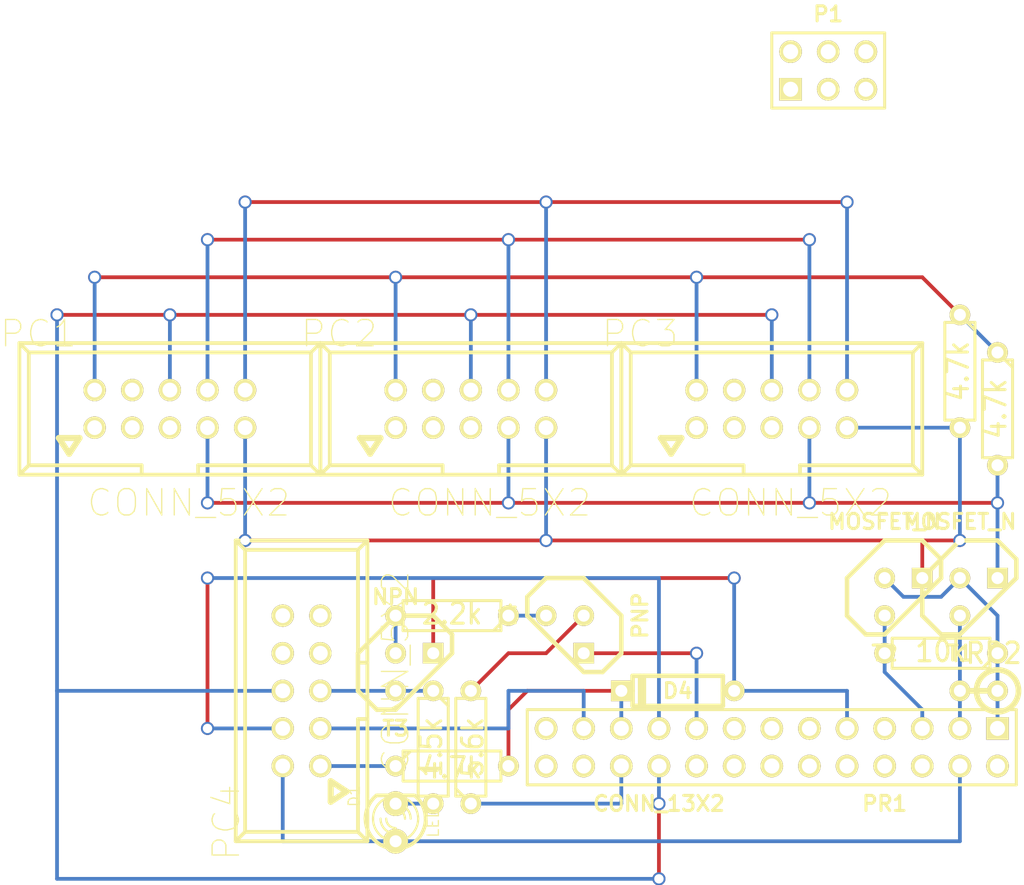
<source format=kicad_pcb>
(kicad_pcb (version 3) (host pcbnew "(2013-may-18)-stable")

  (general
    (links 56)
    (no_connects 16)
    (area 46.268217 82.9564 116.645266 141.691783)
    (thickness 1.6)
    (drawings 0)
    (tracks 118)
    (zones 0)
    (modules 20)
    (nets 20)
  )

  (page A3)
  (layers
    (15 F.Cu signal)
    (0 B.Cu signal)
    (16 B.Adhes user)
    (17 F.Adhes user)
    (18 B.Paste user)
    (19 F.Paste user)
    (20 B.SilkS user)
    (21 F.SilkS user)
    (22 B.Mask user)
    (23 F.Mask user)
    (24 Dwgs.User user)
    (25 Cmts.User user)
    (26 Eco1.User user)
    (27 Eco2.User user)
    (28 Edge.Cuts user)
  )

  (setup
    (last_trace_width 0.254)
    (trace_clearance 0.254)
    (zone_clearance 0.508)
    (zone_45_only no)
    (trace_min 0.254)
    (segment_width 0.2)
    (edge_width 0.15)
    (via_size 0.889)
    (via_drill 0.635)
    (via_min_size 0.889)
    (via_min_drill 0.508)
    (uvia_size 0.508)
    (uvia_drill 0.127)
    (uvias_allowed no)
    (uvia_min_size 0.508)
    (uvia_min_drill 0.127)
    (pcb_text_width 0.3)
    (pcb_text_size 1 1)
    (mod_edge_width 0.15)
    (mod_text_size 1 1)
    (mod_text_width 0.15)
    (pad_size 1 1)
    (pad_drill 0.6)
    (pad_to_mask_clearance 0)
    (aux_axis_origin 0 0)
    (visible_elements FFFFFFBF)
    (pcbplotparams
      (layerselection 3178497)
      (usegerberextensions true)
      (excludeedgelayer true)
      (linewidth 0.150000)
      (plotframeref false)
      (viasonmask false)
      (mode 1)
      (useauxorigin false)
      (hpglpennumber 1)
      (hpglpenspeed 20)
      (hpglpendiameter 15)
      (hpglpenoverlay 2)
      (psnegative false)
      (psa4output false)
      (plotreference true)
      (plotvalue true)
      (plotothertext true)
      (plotinvisibletext false)
      (padsonsilk false)
      (subtractmaskfromsilk false)
      (outputformat 1)
      (mirror false)
      (drillshape 1)
      (scaleselection 1)
      (outputdirectory ""))
  )

  (net 0 "")
  (net 1 +12V)
  (net 2 +3.3V)
  (net 3 +5V)
  (net 4 -12V)
  (net 5 /Mikrocontroller/MISO)
  (net 6 /Mikrocontroller/MOSI)
  (net 7 /Mikrocontroller/Reset)
  (net 8 /Mikrocontroller/SCK)
  (net 9 /Mikrocontroller/SCL)
  (net 10 /Mikrocontroller/SDA)
  (net 11 /RaspberryPI/MISO)
  (net 12 /RaspberryPI/Reset)
  (net 13 /RaspberryPI/SCL)
  (net 14 /RaspberryPI/SDA)
  (net 15 GND)
  (net 16 N-000001)
  (net 17 N-000002)
  (net 18 N-0000029)
  (net 19 N-000003)

  (net_class Default "This is the default net class."
    (clearance 0.254)
    (trace_width 0.254)
    (via_dia 0.889)
    (via_drill 0.635)
    (uvia_dia 0.508)
    (uvia_drill 0.127)
    (add_net "")
    (add_net +12V)
    (add_net +3.3V)
    (add_net +5V)
    (add_net -12V)
    (add_net /Mikrocontroller/MISO)
    (add_net /Mikrocontroller/MOSI)
    (add_net /Mikrocontroller/Reset)
    (add_net /Mikrocontroller/SCK)
    (add_net /Mikrocontroller/SCL)
    (add_net /Mikrocontroller/SDA)
    (add_net /RaspberryPI/MISO)
    (add_net /RaspberryPI/Reset)
    (add_net /RaspberryPI/SCL)
    (add_net /RaspberryPI/SDA)
    (add_net GND)
    (add_net N-000001)
    (add_net N-000002)
    (add_net N-0000029)
    (add_net N-000003)
  )

  (module VASCH5x2 (layer F.Cu) (tedit 4C5EDCE4) (tstamp 54E8DC33)
    (at 58.42 110.49)
    (descr CONNECTOR)
    (tags CONNECTOR)
    (path /54E72762/54E728D6)
    (attr virtual)
    (fp_text reference PC1 (at -8.89 -5.08) (layer F.SilkS)
      (effects (font (size 1.778 1.778) (thickness 0.0889)))
    )
    (fp_text value CONN_5X2 (at 1.27 6.35) (layer F.SilkS)
      (effects (font (size 1.778 1.778) (thickness 0.0889)))
    )
    (fp_line (start -9.525 -3.81) (end -10.16 -4.445) (layer F.SilkS) (width 0.254))
    (fp_line (start -9.525 3.81) (end -10.16 4.445) (layer F.SilkS) (width 0.254))
    (fp_line (start 9.525 3.81) (end 10.16 4.445) (layer F.SilkS) (width 0.254))
    (fp_line (start 9.525 -3.81) (end 10.16 -4.445) (layer F.SilkS) (width 0.254))
    (fp_line (start 1.905 4.445) (end 1.905 3.81) (layer F.SilkS) (width 0.254))
    (fp_line (start 1.905 3.81) (end 9.525 3.81) (layer F.SilkS) (width 0.254))
    (fp_line (start 9.525 3.81) (end 9.525 -3.81) (layer F.SilkS) (width 0.254))
    (fp_line (start 9.525 -3.81) (end -9.525 -3.81) (layer F.SilkS) (width 0.254))
    (fp_line (start -9.525 -3.81) (end -9.525 3.81) (layer F.SilkS) (width 0.254))
    (fp_line (start -9.525 3.81) (end -1.905 3.81) (layer F.SilkS) (width 0.254))
    (fp_line (start -1.905 3.81) (end -1.905 4.445) (layer F.SilkS) (width 0.254))
    (fp_line (start -10.16 4.445) (end 10.16 4.445) (layer F.SilkS) (width 0.254))
    (fp_line (start 10.16 -4.445) (end -10.16 -4.445) (layer F.SilkS) (width 0.254))
    (fp_line (start -10.16 -4.445) (end -10.16 4.445) (layer F.SilkS) (width 0.254))
    (fp_line (start 10.16 -4.445) (end 10.16 4.445) (layer F.SilkS) (width 0.254))
    (fp_line (start -7.49808 1.9685) (end -6.79958 3.03784) (layer F.SilkS) (width 0.4064))
    (fp_line (start -6.79958 3.03784) (end -6.09854 1.9685) (layer F.SilkS) (width 0.4064))
    (fp_line (start -6.09854 1.9685) (end -7.49808 1.9685) (layer F.SilkS) (width 0.4064))
    (pad 1 thru_hole circle (at -5.08 1.27) (size 1.50622 1.50622) (drill 0.99822)
      (layers *.Cu F.Paste F.SilkS F.Mask)
    )
    (pad 2 thru_hole circle (at -5.08 -1.27) (size 1.50622 1.50622) (drill 0.99822)
      (layers *.Cu F.Paste F.SilkS F.Mask)
      (net 3 +5V)
    )
    (pad 3 thru_hole circle (at -2.54 1.27) (size 1.50622 1.50622) (drill 0.99822)
      (layers *.Cu F.Paste F.SilkS F.Mask)
    )
    (pad 4 thru_hole circle (at -2.54 -1.27) (size 1.50622 1.50622) (drill 0.99822)
      (layers *.Cu F.Paste F.SilkS F.Mask)
    )
    (pad 5 thru_hole circle (at 0 1.27) (size 1.50622 1.50622) (drill 0.99822)
      (layers *.Cu F.Paste F.SilkS F.Mask)
    )
    (pad 6 thru_hole circle (at 0 -1.27) (size 1.50622 1.50622) (drill 0.99822)
      (layers *.Cu F.Paste F.SilkS F.Mask)
      (net 15 GND)
    )
    (pad 7 thru_hole circle (at 2.54 1.27) (size 1.50622 1.50622) (drill 0.99822)
      (layers *.Cu F.Paste F.SilkS F.Mask)
      (net 10 /Mikrocontroller/SDA)
    )
    (pad 8 thru_hole circle (at 2.54 -1.27) (size 1.50622 1.50622) (drill 0.99822)
      (layers *.Cu F.Paste F.SilkS F.Mask)
      (net 1 +12V)
    )
    (pad 9 thru_hole circle (at 5.08 1.27) (size 1.50622 1.50622) (drill 0.99822)
      (layers *.Cu F.Paste F.SilkS F.Mask)
      (net 9 /Mikrocontroller/SCL)
    )
    (pad 10 thru_hole circle (at 5.08 -1.27) (size 1.50622 1.50622) (drill 0.99822)
      (layers *.Cu F.Paste F.SilkS F.Mask)
      (net 4 -12V)
    )
  )

  (module VASCH5x2 (layer F.Cu) (tedit 4C5EDCE4) (tstamp 54E8DC53)
    (at 99.06 110.49)
    (descr CONNECTOR)
    (tags CONNECTOR)
    (path /54E72762/54E728D0)
    (attr virtual)
    (fp_text reference PC3 (at -8.89 -5.08) (layer F.SilkS)
      (effects (font (size 1.778 1.778) (thickness 0.0889)))
    )
    (fp_text value CONN_5X2 (at 1.27 6.35) (layer F.SilkS)
      (effects (font (size 1.778 1.778) (thickness 0.0889)))
    )
    (fp_line (start -9.525 -3.81) (end -10.16 -4.445) (layer F.SilkS) (width 0.254))
    (fp_line (start -9.525 3.81) (end -10.16 4.445) (layer F.SilkS) (width 0.254))
    (fp_line (start 9.525 3.81) (end 10.16 4.445) (layer F.SilkS) (width 0.254))
    (fp_line (start 9.525 -3.81) (end 10.16 -4.445) (layer F.SilkS) (width 0.254))
    (fp_line (start 1.905 4.445) (end 1.905 3.81) (layer F.SilkS) (width 0.254))
    (fp_line (start 1.905 3.81) (end 9.525 3.81) (layer F.SilkS) (width 0.254))
    (fp_line (start 9.525 3.81) (end 9.525 -3.81) (layer F.SilkS) (width 0.254))
    (fp_line (start 9.525 -3.81) (end -9.525 -3.81) (layer F.SilkS) (width 0.254))
    (fp_line (start -9.525 -3.81) (end -9.525 3.81) (layer F.SilkS) (width 0.254))
    (fp_line (start -9.525 3.81) (end -1.905 3.81) (layer F.SilkS) (width 0.254))
    (fp_line (start -1.905 3.81) (end -1.905 4.445) (layer F.SilkS) (width 0.254))
    (fp_line (start -10.16 4.445) (end 10.16 4.445) (layer F.SilkS) (width 0.254))
    (fp_line (start 10.16 -4.445) (end -10.16 -4.445) (layer F.SilkS) (width 0.254))
    (fp_line (start -10.16 -4.445) (end -10.16 4.445) (layer F.SilkS) (width 0.254))
    (fp_line (start 10.16 -4.445) (end 10.16 4.445) (layer F.SilkS) (width 0.254))
    (fp_line (start -7.49808 1.9685) (end -6.79958 3.03784) (layer F.SilkS) (width 0.4064))
    (fp_line (start -6.79958 3.03784) (end -6.09854 1.9685) (layer F.SilkS) (width 0.4064))
    (fp_line (start -6.09854 1.9685) (end -7.49808 1.9685) (layer F.SilkS) (width 0.4064))
    (pad 1 thru_hole circle (at -5.08 1.27) (size 1.50622 1.50622) (drill 0.99822)
      (layers *.Cu F.Paste F.SilkS F.Mask)
    )
    (pad 2 thru_hole circle (at -5.08 -1.27) (size 1.50622 1.50622) (drill 0.99822)
      (layers *.Cu F.Paste F.SilkS F.Mask)
      (net 3 +5V)
    )
    (pad 3 thru_hole circle (at -2.54 1.27) (size 1.50622 1.50622) (drill 0.99822)
      (layers *.Cu F.Paste F.SilkS F.Mask)
    )
    (pad 4 thru_hole circle (at -2.54 -1.27) (size 1.50622 1.50622) (drill 0.99822)
      (layers *.Cu F.Paste F.SilkS F.Mask)
    )
    (pad 5 thru_hole circle (at 0 1.27) (size 1.50622 1.50622) (drill 0.99822)
      (layers *.Cu F.Paste F.SilkS F.Mask)
    )
    (pad 6 thru_hole circle (at 0 -1.27) (size 1.50622 1.50622) (drill 0.99822)
      (layers *.Cu F.Paste F.SilkS F.Mask)
      (net 15 GND)
    )
    (pad 7 thru_hole circle (at 2.54 1.27) (size 1.50622 1.50622) (drill 0.99822)
      (layers *.Cu F.Paste F.SilkS F.Mask)
      (net 10 /Mikrocontroller/SDA)
    )
    (pad 8 thru_hole circle (at 2.54 -1.27) (size 1.50622 1.50622) (drill 0.99822)
      (layers *.Cu F.Paste F.SilkS F.Mask)
      (net 1 +12V)
    )
    (pad 9 thru_hole circle (at 5.08 1.27) (size 1.50622 1.50622) (drill 0.99822)
      (layers *.Cu F.Paste F.SilkS F.Mask)
      (net 9 /Mikrocontroller/SCL)
    )
    (pad 10 thru_hole circle (at 5.08 -1.27) (size 1.50622 1.50622) (drill 0.99822)
      (layers *.Cu F.Paste F.SilkS F.Mask)
      (net 4 -12V)
    )
  )

  (module VASCH5x2 (layer F.Cu) (tedit 4C5EDCE4) (tstamp 54E8DC73)
    (at 78.74 110.49)
    (descr CONNECTOR)
    (tags CONNECTOR)
    (path /54E72762/54E728CA)
    (attr virtual)
    (fp_text reference PC2 (at -8.89 -5.08) (layer F.SilkS)
      (effects (font (size 1.778 1.778) (thickness 0.0889)))
    )
    (fp_text value CONN_5X2 (at 1.27 6.35) (layer F.SilkS)
      (effects (font (size 1.778 1.778) (thickness 0.0889)))
    )
    (fp_line (start -9.525 -3.81) (end -10.16 -4.445) (layer F.SilkS) (width 0.254))
    (fp_line (start -9.525 3.81) (end -10.16 4.445) (layer F.SilkS) (width 0.254))
    (fp_line (start 9.525 3.81) (end 10.16 4.445) (layer F.SilkS) (width 0.254))
    (fp_line (start 9.525 -3.81) (end 10.16 -4.445) (layer F.SilkS) (width 0.254))
    (fp_line (start 1.905 4.445) (end 1.905 3.81) (layer F.SilkS) (width 0.254))
    (fp_line (start 1.905 3.81) (end 9.525 3.81) (layer F.SilkS) (width 0.254))
    (fp_line (start 9.525 3.81) (end 9.525 -3.81) (layer F.SilkS) (width 0.254))
    (fp_line (start 9.525 -3.81) (end -9.525 -3.81) (layer F.SilkS) (width 0.254))
    (fp_line (start -9.525 -3.81) (end -9.525 3.81) (layer F.SilkS) (width 0.254))
    (fp_line (start -9.525 3.81) (end -1.905 3.81) (layer F.SilkS) (width 0.254))
    (fp_line (start -1.905 3.81) (end -1.905 4.445) (layer F.SilkS) (width 0.254))
    (fp_line (start -10.16 4.445) (end 10.16 4.445) (layer F.SilkS) (width 0.254))
    (fp_line (start 10.16 -4.445) (end -10.16 -4.445) (layer F.SilkS) (width 0.254))
    (fp_line (start -10.16 -4.445) (end -10.16 4.445) (layer F.SilkS) (width 0.254))
    (fp_line (start 10.16 -4.445) (end 10.16 4.445) (layer F.SilkS) (width 0.254))
    (fp_line (start -7.49808 1.9685) (end -6.79958 3.03784) (layer F.SilkS) (width 0.4064))
    (fp_line (start -6.79958 3.03784) (end -6.09854 1.9685) (layer F.SilkS) (width 0.4064))
    (fp_line (start -6.09854 1.9685) (end -7.49808 1.9685) (layer F.SilkS) (width 0.4064))
    (pad 1 thru_hole circle (at -5.08 1.27) (size 1.50622 1.50622) (drill 0.99822)
      (layers *.Cu F.Paste F.SilkS F.Mask)
    )
    (pad 2 thru_hole circle (at -5.08 -1.27) (size 1.50622 1.50622) (drill 0.99822)
      (layers *.Cu F.Paste F.SilkS F.Mask)
      (net 3 +5V)
    )
    (pad 3 thru_hole circle (at -2.54 1.27) (size 1.50622 1.50622) (drill 0.99822)
      (layers *.Cu F.Paste F.SilkS F.Mask)
    )
    (pad 4 thru_hole circle (at -2.54 -1.27) (size 1.50622 1.50622) (drill 0.99822)
      (layers *.Cu F.Paste F.SilkS F.Mask)
    )
    (pad 5 thru_hole circle (at 0 1.27) (size 1.50622 1.50622) (drill 0.99822)
      (layers *.Cu F.Paste F.SilkS F.Mask)
    )
    (pad 6 thru_hole circle (at 0 -1.27) (size 1.50622 1.50622) (drill 0.99822)
      (layers *.Cu F.Paste F.SilkS F.Mask)
      (net 15 GND)
    )
    (pad 7 thru_hole circle (at 2.54 1.27) (size 1.50622 1.50622) (drill 0.99822)
      (layers *.Cu F.Paste F.SilkS F.Mask)
      (net 10 /Mikrocontroller/SDA)
    )
    (pad 8 thru_hole circle (at 2.54 -1.27) (size 1.50622 1.50622) (drill 0.99822)
      (layers *.Cu F.Paste F.SilkS F.Mask)
      (net 1 +12V)
    )
    (pad 9 thru_hole circle (at 5.08 1.27) (size 1.50622 1.50622) (drill 0.99822)
      (layers *.Cu F.Paste F.SilkS F.Mask)
      (net 9 /Mikrocontroller/SCL)
    )
    (pad 10 thru_hole circle (at 5.08 -1.27) (size 1.50622 1.50622) (drill 0.99822)
      (layers *.Cu F.Paste F.SilkS F.Mask)
      (net 4 -12V)
    )
  )

  (module TO92 (layer F.Cu) (tedit 443CFFD1) (tstamp 54E9BDCD)
    (at 85.09 125.73 270)
    (descr "Transistor TO92 brochage type BC237")
    (tags "TR TO92")
    (path /54E8C0DA)
    (fp_text reference T4 (at -1.27 3.81 270) (layer F.SilkS)
      (effects (font (size 1.016 1.016) (thickness 0.2032)))
    )
    (fp_text value PNP (at -1.27 -5.08 270) (layer F.SilkS)
      (effects (font (size 1.016 1.016) (thickness 0.2032)))
    )
    (fp_line (start -1.27 2.54) (end 2.54 -1.27) (layer F.SilkS) (width 0.3048))
    (fp_line (start 2.54 -1.27) (end 2.54 -2.54) (layer F.SilkS) (width 0.3048))
    (fp_line (start 2.54 -2.54) (end 1.27 -3.81) (layer F.SilkS) (width 0.3048))
    (fp_line (start 1.27 -3.81) (end -1.27 -3.81) (layer F.SilkS) (width 0.3048))
    (fp_line (start -1.27 -3.81) (end -3.81 -1.27) (layer F.SilkS) (width 0.3048))
    (fp_line (start -3.81 -1.27) (end -3.81 1.27) (layer F.SilkS) (width 0.3048))
    (fp_line (start -3.81 1.27) (end -2.54 2.54) (layer F.SilkS) (width 0.3048))
    (fp_line (start -2.54 2.54) (end -1.27 2.54) (layer F.SilkS) (width 0.3048))
    (pad 1 thru_hole rect (at 1.27 -1.27 270) (size 1.397 1.397) (drill 0.8128)
      (layers *.Cu *.Mask F.SilkS)
      (net 2 +3.3V)
    )
    (pad 2 thru_hole circle (at -1.27 -1.27 270) (size 1.397 1.397) (drill 0.8128)
      (layers *.Cu *.Mask F.SilkS)
      (net 17 N-000002)
    )
    (pad 3 thru_hole circle (at -1.27 1.27 270) (size 1.397 1.397) (drill 0.8128)
      (layers *.Cu *.Mask F.SilkS)
      (net 16 N-000001)
    )
    (model discret/to98.wrl
      (at (xyz 0 0 0))
      (scale (xyz 1 1 1))
      (rotate (xyz 0 0 0))
    )
  )

  (module TO92 (layer F.Cu) (tedit 443CFFD1) (tstamp 54E8DCA0)
    (at 74.93 128.27)
    (descr "Transistor TO92 brochage type BC237")
    (tags "TR TO92")
    (path /54E8B9DC)
    (fp_text reference T3 (at -1.27 3.81) (layer F.SilkS)
      (effects (font (size 1.016 1.016) (thickness 0.2032)))
    )
    (fp_text value NPN (at -1.27 -5.08) (layer F.SilkS)
      (effects (font (size 1.016 1.016) (thickness 0.2032)))
    )
    (fp_line (start -1.27 2.54) (end 2.54 -1.27) (layer F.SilkS) (width 0.3048))
    (fp_line (start 2.54 -1.27) (end 2.54 -2.54) (layer F.SilkS) (width 0.3048))
    (fp_line (start 2.54 -2.54) (end 1.27 -3.81) (layer F.SilkS) (width 0.3048))
    (fp_line (start 1.27 -3.81) (end -1.27 -3.81) (layer F.SilkS) (width 0.3048))
    (fp_line (start -1.27 -3.81) (end -3.81 -1.27) (layer F.SilkS) (width 0.3048))
    (fp_line (start -3.81 -1.27) (end -3.81 1.27) (layer F.SilkS) (width 0.3048))
    (fp_line (start -3.81 1.27) (end -2.54 2.54) (layer F.SilkS) (width 0.3048))
    (fp_line (start -2.54 2.54) (end -1.27 2.54) (layer F.SilkS) (width 0.3048))
    (pad 1 thru_hole rect (at 1.27 -1.27) (size 1.397 1.397) (drill 0.8128)
      (layers *.Cu *.Mask F.SilkS)
      (net 15 GND)
    )
    (pad 2 thru_hole circle (at -1.27 -1.27) (size 1.397 1.397) (drill 0.8128)
      (layers *.Cu *.Mask F.SilkS)
      (net 19 N-000003)
    )
    (pad 3 thru_hole circle (at -1.27 1.27) (size 1.397 1.397) (drill 0.8128)
      (layers *.Cu *.Mask F.SilkS)
      (net 7 /Mikrocontroller/Reset)
    )
    (model discret/to98.wrl
      (at (xyz 0 0 0))
      (scale (xyz 1 1 1))
      (rotate (xyz 0 0 0))
    )
  )

  (module R3 (layer F.Cu) (tedit 4E4C0E65) (tstamp 54E8DCD1)
    (at 114.3 110.49 270)
    (descr "Resitance 3 pas")
    (tags R)
    (path /54E75141)
    (autoplace_cost180 10)
    (fp_text reference RP4 (at 0 0.127 270) (layer F.SilkS) hide
      (effects (font (size 1.397 1.27) (thickness 0.2032)))
    )
    (fp_text value 4.7k (at 0 0.127 270) (layer F.SilkS)
      (effects (font (size 1.397 1.27) (thickness 0.2032)))
    )
    (fp_line (start -3.81 0) (end -3.302 0) (layer F.SilkS) (width 0.2032))
    (fp_line (start 3.81 0) (end 3.302 0) (layer F.SilkS) (width 0.2032))
    (fp_line (start 3.302 0) (end 3.302 -1.016) (layer F.SilkS) (width 0.2032))
    (fp_line (start 3.302 -1.016) (end -3.302 -1.016) (layer F.SilkS) (width 0.2032))
    (fp_line (start -3.302 -1.016) (end -3.302 1.016) (layer F.SilkS) (width 0.2032))
    (fp_line (start -3.302 1.016) (end 3.302 1.016) (layer F.SilkS) (width 0.2032))
    (fp_line (start 3.302 1.016) (end 3.302 0) (layer F.SilkS) (width 0.2032))
    (fp_line (start -3.302 -0.508) (end -2.794 -1.016) (layer F.SilkS) (width 0.2032))
    (pad 1 thru_hole circle (at -3.81 0 270) (size 1.397 1.397) (drill 0.8128)
      (layers *.Cu *.Mask F.SilkS)
      (net 3 +5V)
    )
    (pad 2 thru_hole circle (at 3.81 0 270) (size 1.397 1.397) (drill 0.8128)
      (layers *.Cu *.Mask F.SilkS)
      (net 10 /Mikrocontroller/SDA)
    )
    (model discret/resistor.wrl
      (at (xyz 0 0 0))
      (scale (xyz 0.3 0.3 0.3))
      (rotate (xyz 0 0 0))
    )
  )

  (module R3 (layer F.Cu) (tedit 4E4C0E65) (tstamp 54E8DCFB)
    (at 76.2 133.35 270)
    (descr "Resitance 3 pas")
    (tags R)
    (path /54E72762/54E75B16)
    (autoplace_cost180 10)
    (fp_text reference RD1 (at 0 0.127 270) (layer F.SilkS) hide
      (effects (font (size 1.397 1.27) (thickness 0.2032)))
    )
    (fp_text value 1.5k (at 0 0.127 270) (layer F.SilkS)
      (effects (font (size 1.397 1.27) (thickness 0.2032)))
    )
    (fp_line (start -3.81 0) (end -3.302 0) (layer F.SilkS) (width 0.2032))
    (fp_line (start 3.81 0) (end 3.302 0) (layer F.SilkS) (width 0.2032))
    (fp_line (start 3.302 0) (end 3.302 -1.016) (layer F.SilkS) (width 0.2032))
    (fp_line (start 3.302 -1.016) (end -3.302 -1.016) (layer F.SilkS) (width 0.2032))
    (fp_line (start -3.302 -1.016) (end -3.302 1.016) (layer F.SilkS) (width 0.2032))
    (fp_line (start -3.302 1.016) (end 3.302 1.016) (layer F.SilkS) (width 0.2032))
    (fp_line (start 3.302 1.016) (end 3.302 0) (layer F.SilkS) (width 0.2032))
    (fp_line (start -3.302 -0.508) (end -2.794 -1.016) (layer F.SilkS) (width 0.2032))
    (pad 1 thru_hole circle (at -3.81 0 270) (size 1.397 1.397) (drill 0.8128)
      (layers *.Cu *.Mask F.SilkS)
      (net 7 /Mikrocontroller/Reset)
    )
    (pad 2 thru_hole circle (at 3.81 0 270) (size 1.397 1.397) (drill 0.8128)
      (layers *.Cu *.Mask F.SilkS)
      (net 18 N-0000029)
    )
    (model discret/resistor.wrl
      (at (xyz 0 0 0))
      (scale (xyz 0.3 0.3 0.3))
      (rotate (xyz 0 0 0))
    )
  )

  (module R3 (layer F.Cu) (tedit 4E4C0E65) (tstamp 54E8DD09)
    (at 110.49 127 180)
    (descr "Resitance 3 pas")
    (tags R)
    (path /54E74F91)
    (autoplace_cost180 10)
    (fp_text reference RP1 (at 0 0.127 180) (layer F.SilkS) hide
      (effects (font (size 1.397 1.27) (thickness 0.2032)))
    )
    (fp_text value 10k (at 0 0.127 180) (layer F.SilkS)
      (effects (font (size 1.397 1.27) (thickness 0.2032)))
    )
    (fp_line (start -3.81 0) (end -3.302 0) (layer F.SilkS) (width 0.2032))
    (fp_line (start 3.81 0) (end 3.302 0) (layer F.SilkS) (width 0.2032))
    (fp_line (start 3.302 0) (end 3.302 -1.016) (layer F.SilkS) (width 0.2032))
    (fp_line (start 3.302 -1.016) (end -3.302 -1.016) (layer F.SilkS) (width 0.2032))
    (fp_line (start -3.302 -1.016) (end -3.302 1.016) (layer F.SilkS) (width 0.2032))
    (fp_line (start -3.302 1.016) (end 3.302 1.016) (layer F.SilkS) (width 0.2032))
    (fp_line (start 3.302 1.016) (end 3.302 0) (layer F.SilkS) (width 0.2032))
    (fp_line (start -3.302 -0.508) (end -2.794 -1.016) (layer F.SilkS) (width 0.2032))
    (pad 1 thru_hole circle (at -3.81 0 180) (size 1.397 1.397) (drill 0.8128)
      (layers *.Cu *.Mask F.SilkS)
      (net 2 +3.3V)
    )
    (pad 2 thru_hole circle (at 3.81 0 180) (size 1.397 1.397) (drill 0.8128)
      (layers *.Cu *.Mask F.SilkS)
      (net 13 /RaspberryPI/SCL)
    )
    (model discret/resistor.wrl
      (at (xyz 0 0 0))
      (scale (xyz 0.3 0.3 0.3))
      (rotate (xyz 0 0 0))
    )
  )

  (module R3 (layer F.Cu) (tedit 4E4C0E65) (tstamp 54E8DD25)
    (at 111.76 107.95 270)
    (descr "Resitance 3 pas")
    (tags R)
    (path /54E75132)
    (autoplace_cost180 10)
    (fp_text reference RP3 (at 0 0.127 270) (layer F.SilkS) hide
      (effects (font (size 1.397 1.27) (thickness 0.2032)))
    )
    (fp_text value 4.7k (at 0 0.127 270) (layer F.SilkS)
      (effects (font (size 1.397 1.27) (thickness 0.2032)))
    )
    (fp_line (start -3.81 0) (end -3.302 0) (layer F.SilkS) (width 0.2032))
    (fp_line (start 3.81 0) (end 3.302 0) (layer F.SilkS) (width 0.2032))
    (fp_line (start 3.302 0) (end 3.302 -1.016) (layer F.SilkS) (width 0.2032))
    (fp_line (start 3.302 -1.016) (end -3.302 -1.016) (layer F.SilkS) (width 0.2032))
    (fp_line (start -3.302 -1.016) (end -3.302 1.016) (layer F.SilkS) (width 0.2032))
    (fp_line (start -3.302 1.016) (end 3.302 1.016) (layer F.SilkS) (width 0.2032))
    (fp_line (start 3.302 1.016) (end 3.302 0) (layer F.SilkS) (width 0.2032))
    (fp_line (start -3.302 -0.508) (end -2.794 -1.016) (layer F.SilkS) (width 0.2032))
    (pad 1 thru_hole circle (at -3.81 0 270) (size 1.397 1.397) (drill 0.8128)
      (layers *.Cu *.Mask F.SilkS)
      (net 3 +5V)
    )
    (pad 2 thru_hole circle (at 3.81 0 270) (size 1.397 1.397) (drill 0.8128)
      (layers *.Cu *.Mask F.SilkS)
      (net 9 /Mikrocontroller/SCL)
    )
    (model discret/resistor.wrl
      (at (xyz 0 0 0))
      (scale (xyz 0.3 0.3 0.3))
      (rotate (xyz 0 0 0))
    )
  )

  (module R3 (layer F.Cu) (tedit 4E4C0E65) (tstamp 54E8DD33)
    (at 77.47 124.46 180)
    (descr "Resitance 3 pas")
    (tags R)
    (path /54E8F286)
    (autoplace_cost180 10)
    (fp_text reference R1 (at 0 0.127 180) (layer F.SilkS) hide
      (effects (font (size 1.397 1.27) (thickness 0.2032)))
    )
    (fp_text value 2.2k (at 0 0.127 180) (layer F.SilkS)
      (effects (font (size 1.397 1.27) (thickness 0.2032)))
    )
    (fp_line (start -3.81 0) (end -3.302 0) (layer F.SilkS) (width 0.2032))
    (fp_line (start 3.81 0) (end 3.302 0) (layer F.SilkS) (width 0.2032))
    (fp_line (start 3.302 0) (end 3.302 -1.016) (layer F.SilkS) (width 0.2032))
    (fp_line (start 3.302 -1.016) (end -3.302 -1.016) (layer F.SilkS) (width 0.2032))
    (fp_line (start -3.302 -1.016) (end -3.302 1.016) (layer F.SilkS) (width 0.2032))
    (fp_line (start -3.302 1.016) (end 3.302 1.016) (layer F.SilkS) (width 0.2032))
    (fp_line (start 3.302 1.016) (end 3.302 0) (layer F.SilkS) (width 0.2032))
    (fp_line (start -3.302 -0.508) (end -2.794 -1.016) (layer F.SilkS) (width 0.2032))
    (pad 1 thru_hole circle (at -3.81 0 180) (size 1.397 1.397) (drill 0.8128)
      (layers *.Cu *.Mask F.SilkS)
      (net 16 N-000001)
    )
    (pad 2 thru_hole circle (at 3.81 0 180) (size 1.397 1.397) (drill 0.8128)
      (layers *.Cu *.Mask F.SilkS)
      (net 19 N-000003)
    )
    (model discret/resistor.wrl
      (at (xyz 0 0 0))
      (scale (xyz 0.3 0.3 0.3))
      (rotate (xyz 0 0 0))
    )
  )

  (module R3 (layer F.Cu) (tedit 4E4C0E65) (tstamp 54E8DD41)
    (at 78.74 133.35 90)
    (descr "Resitance 3 pas")
    (tags R)
    (path /54E8C34A)
    (autoplace_cost180 10)
    (fp_text reference R2 (at 0 0.127 90) (layer F.SilkS) hide
      (effects (font (size 1.397 1.27) (thickness 0.2032)))
    )
    (fp_text value 5.6k (at 0 0.127 90) (layer F.SilkS)
      (effects (font (size 1.397 1.27) (thickness 0.2032)))
    )
    (fp_line (start -3.81 0) (end -3.302 0) (layer F.SilkS) (width 0.2032))
    (fp_line (start 3.81 0) (end 3.302 0) (layer F.SilkS) (width 0.2032))
    (fp_line (start 3.302 0) (end 3.302 -1.016) (layer F.SilkS) (width 0.2032))
    (fp_line (start 3.302 -1.016) (end -3.302 -1.016) (layer F.SilkS) (width 0.2032))
    (fp_line (start -3.302 -1.016) (end -3.302 1.016) (layer F.SilkS) (width 0.2032))
    (fp_line (start -3.302 1.016) (end 3.302 1.016) (layer F.SilkS) (width 0.2032))
    (fp_line (start 3.302 1.016) (end 3.302 0) (layer F.SilkS) (width 0.2032))
    (fp_line (start -3.302 -0.508) (end -2.794 -1.016) (layer F.SilkS) (width 0.2032))
    (pad 1 thru_hole circle (at -3.81 0 90) (size 1.397 1.397) (drill 0.8128)
      (layers *.Cu *.Mask F.SilkS)
      (net 12 /RaspberryPI/Reset)
    )
    (pad 2 thru_hole circle (at 3.81 0 90) (size 1.397 1.397) (drill 0.8128)
      (layers *.Cu *.Mask F.SilkS)
      (net 17 N-000002)
    )
    (model discret/resistor.wrl
      (at (xyz 0 0 0))
      (scale (xyz 0.3 0.3 0.3))
      (rotate (xyz 0 0 0))
    )
  )

  (module R3 (layer F.Cu) (tedit 4E4C0E65) (tstamp 54E8DD4F)
    (at 77.47 134.62)
    (descr "Resitance 3 pas")
    (tags R)
    (path /54E7621E)
    (autoplace_cost180 10)
    (fp_text reference R3 (at 0 0.127) (layer F.SilkS) hide
      (effects (font (size 1.397 1.27) (thickness 0.2032)))
    )
    (fp_text value 4.7k (at 0 0.127) (layer F.SilkS)
      (effects (font (size 1.397 1.27) (thickness 0.2032)))
    )
    (fp_line (start -3.81 0) (end -3.302 0) (layer F.SilkS) (width 0.2032))
    (fp_line (start 3.81 0) (end 3.302 0) (layer F.SilkS) (width 0.2032))
    (fp_line (start 3.302 0) (end 3.302 -1.016) (layer F.SilkS) (width 0.2032))
    (fp_line (start 3.302 -1.016) (end -3.302 -1.016) (layer F.SilkS) (width 0.2032))
    (fp_line (start -3.302 -1.016) (end -3.302 1.016) (layer F.SilkS) (width 0.2032))
    (fp_line (start -3.302 1.016) (end 3.302 1.016) (layer F.SilkS) (width 0.2032))
    (fp_line (start 3.302 1.016) (end 3.302 0) (layer F.SilkS) (width 0.2032))
    (fp_line (start -3.302 -0.508) (end -2.794 -1.016) (layer F.SilkS) (width 0.2032))
    (pad 1 thru_hole circle (at -3.81 0) (size 1.397 1.397) (drill 0.8128)
      (layers *.Cu *.Mask F.SilkS)
      (net 5 /Mikrocontroller/MISO)
    )
    (pad 2 thru_hole circle (at 3.81 0) (size 1.397 1.397) (drill 0.8128)
      (layers *.Cu *.Mask F.SilkS)
      (net 11 /RaspberryPI/MISO)
    )
    (model discret/resistor.wrl
      (at (xyz 0 0 0))
      (scale (xyz 0.3 0.3 0.3))
      (rotate (xyz 0 0 0))
    )
  )

  (module pin_array_13x2 (layer F.Cu) (tedit 5031D825) (tstamp 54E8DD71)
    (at 99.06 133.35 180)
    (descr "2 x 13 pins connector")
    (tags CONN)
    (path /54E72E6B/54E72E73)
    (fp_text reference PR1 (at -7.62 -3.81 180) (layer F.SilkS)
      (effects (font (size 1.016 1.016) (thickness 0.2032)))
    )
    (fp_text value CONN_13X2 (at 7.62 -3.81 180) (layer F.SilkS)
      (effects (font (size 1.016 1.016) (thickness 0.2032)))
    )
    (fp_line (start -16.51 2.54) (end 16.51 2.54) (layer F.SilkS) (width 0.2032))
    (fp_line (start 16.51 -2.54) (end -16.51 -2.54) (layer F.SilkS) (width 0.2032))
    (fp_line (start -16.51 -2.54) (end -16.51 2.54) (layer F.SilkS) (width 0.2032))
    (fp_line (start 16.51 2.54) (end 16.51 -2.54) (layer F.SilkS) (width 0.2032))
    (pad 1 thru_hole rect (at -15.24 1.27 180) (size 1.524 1.524) (drill 1.016)
      (layers *.Cu *.Mask F.SilkS)
      (net 2 +3.3V)
    )
    (pad 2 thru_hole circle (at -15.24 -1.27 180) (size 1.524 1.524) (drill 1.016)
      (layers *.Cu *.Mask F.SilkS)
      (net 3 +5V)
    )
    (pad 3 thru_hole circle (at -12.7 1.27 180) (size 1.524 1.524) (drill 1.016)
      (layers *.Cu *.Mask F.SilkS)
      (net 14 /RaspberryPI/SDA)
    )
    (pad 4 thru_hole circle (at -12.7 -1.27 180) (size 1.524 1.524) (drill 1.016)
      (layers *.Cu *.Mask F.SilkS)
      (net 3 +5V)
    )
    (pad 5 thru_hole circle (at -10.16 1.27 180) (size 1.524 1.524) (drill 1.016)
      (layers *.Cu *.Mask F.SilkS)
      (net 13 /RaspberryPI/SCL)
    )
    (pad 6 thru_hole circle (at -10.16 -1.27 180) (size 1.524 1.524) (drill 1.016)
      (layers *.Cu *.Mask F.SilkS)
      (net 15 GND)
    )
    (pad 7 thru_hole circle (at -7.62 1.27 180) (size 1.524 1.524) (drill 1.016)
      (layers *.Cu *.Mask F.SilkS)
    )
    (pad 8 thru_hole circle (at -7.62 -1.27 180) (size 1.524 1.524) (drill 1.016)
      (layers *.Cu *.Mask F.SilkS)
    )
    (pad 9 thru_hole circle (at -5.08 1.27 180) (size 1.524 1.524) (drill 1.016)
      (layers *.Cu *.Mask F.SilkS)
      (net 15 GND)
    )
    (pad 10 thru_hole circle (at -5.08 -1.27 180) (size 1.524 1.524) (drill 1.016)
      (layers *.Cu *.Mask F.SilkS)
    )
    (pad 11 thru_hole circle (at -2.54 1.27 180) (size 1.524 1.524) (drill 1.016)
      (layers *.Cu *.Mask F.SilkS)
    )
    (pad 12 thru_hole circle (at -2.54 -1.27 180) (size 1.524 1.524) (drill 1.016)
      (layers *.Cu *.Mask F.SilkS)
    )
    (pad 13 thru_hole circle (at 0 1.27 180) (size 1.524 1.524) (drill 1.016)
      (layers *.Cu *.Mask F.SilkS)
    )
    (pad 14 thru_hole circle (at 0 -1.27 180) (size 1.524 1.524) (drill 1.016)
      (layers *.Cu *.Mask F.SilkS)
      (net 15 GND)
    )
    (pad 15 thru_hole circle (at 2.54 1.27 180) (size 1.524 1.524) (drill 1.016)
      (layers *.Cu *.Mask F.SilkS)
    )
    (pad 16 thru_hole circle (at 2.54 -1.27 180) (size 1.524 1.524) (drill 1.016)
      (layers *.Cu *.Mask F.SilkS)
    )
    (pad 17 thru_hole circle (at 5.08 1.27 180) (size 1.524 1.524) (drill 1.016)
      (layers *.Cu *.Mask F.SilkS)
      (net 2 +3.3V)
    )
    (pad 18 thru_hole circle (at 5.08 -1.27 180) (size 1.524 1.524) (drill 1.016)
      (layers *.Cu *.Mask F.SilkS)
    )
    (pad 19 thru_hole circle (at 7.62 1.27 180) (size 1.524 1.524) (drill 1.016)
      (layers *.Cu *.Mask F.SilkS)
      (net 6 /Mikrocontroller/MOSI)
    )
    (pad 20 thru_hole circle (at 7.62 -1.27 180) (size 1.524 1.524) (drill 1.016)
      (layers *.Cu *.Mask F.SilkS)
      (net 15 GND)
    )
    (pad 21 thru_hole circle (at 10.16 1.27 180) (size 1.524 1.524) (drill 1.016)
      (layers *.Cu *.Mask F.SilkS)
      (net 11 /RaspberryPI/MISO)
    )
    (pad 22 thru_hole circle (at 10.16 -1.27 180) (size 1.524 1.524) (drill 1.016)
      (layers *.Cu *.Mask F.SilkS)
      (net 12 /RaspberryPI/Reset)
    )
    (pad 23 thru_hole circle (at 12.7 1.27 180) (size 1.524 1.524) (drill 1.016)
      (layers *.Cu *.Mask F.SilkS)
      (net 8 /Mikrocontroller/SCK)
    )
    (pad 24 thru_hole circle (at 12.7 -1.27 180) (size 1.524 1.524) (drill 1.016)
      (layers *.Cu *.Mask F.SilkS)
    )
    (pad 25 thru_hole circle (at 15.24 1.27 180) (size 1.524 1.524) (drill 1.016)
      (layers *.Cu *.Mask F.SilkS)
      (net 15 GND)
    )
    (pad 26 thru_hole circle (at 15.24 -1.27 180) (size 1.524 1.524) (drill 1.016)
      (layers *.Cu *.Mask F.SilkS)
    )
    (model pin_array/pins_array_13x2.wrl
      (at (xyz 0 0 0))
      (scale (xyz 1 1 1))
      (rotate (xyz 0 0 0))
    )
  )

  (module LED-3MM (layer F.Cu) (tedit 50ADE848) (tstamp 54E8DD9C)
    (at 73.66 138.43 90)
    (descr "LED 3mm - Lead pitch 100mil (2,54mm)")
    (tags "LED led 3mm 3MM 100mil 2,54mm")
    (path /54E72762/54E75B3A)
    (fp_text reference D1 (at 1.778 -2.794 90) (layer F.SilkS)
      (effects (font (size 0.762 0.762) (thickness 0.0889)))
    )
    (fp_text value LED (at 0 2.54 90) (layer F.SilkS)
      (effects (font (size 0.762 0.762) (thickness 0.0889)))
    )
    (fp_line (start 1.8288 1.27) (end 1.8288 -1.27) (layer F.SilkS) (width 0.254))
    (fp_arc (start 0.254 0) (end -1.27 0) (angle 39.8) (layer F.SilkS) (width 0.1524))
    (fp_arc (start 0.254 0) (end -0.88392 1.01092) (angle 41.6) (layer F.SilkS) (width 0.1524))
    (fp_arc (start 0.254 0) (end 1.4097 -0.9906) (angle 40.6) (layer F.SilkS) (width 0.1524))
    (fp_arc (start 0.254 0) (end 1.778 0) (angle 39.8) (layer F.SilkS) (width 0.1524))
    (fp_arc (start 0.254 0) (end 0.254 -1.524) (angle 54.4) (layer F.SilkS) (width 0.1524))
    (fp_arc (start 0.254 0) (end -0.9652 -0.9144) (angle 53.1) (layer F.SilkS) (width 0.1524))
    (fp_arc (start 0.254 0) (end 1.45542 0.93472) (angle 52.1) (layer F.SilkS) (width 0.1524))
    (fp_arc (start 0.254 0) (end 0.254 1.524) (angle 52.1) (layer F.SilkS) (width 0.1524))
    (fp_arc (start 0.254 0) (end -0.381 0) (angle 90) (layer F.SilkS) (width 0.1524))
    (fp_arc (start 0.254 0) (end -0.762 0) (angle 90) (layer F.SilkS) (width 0.1524))
    (fp_arc (start 0.254 0) (end 0.889 0) (angle 90) (layer F.SilkS) (width 0.1524))
    (fp_arc (start 0.254 0) (end 1.27 0) (angle 90) (layer F.SilkS) (width 0.1524))
    (fp_arc (start 0.254 0) (end 0.254 -2.032) (angle 50.1) (layer F.SilkS) (width 0.254))
    (fp_arc (start 0.254 0) (end -1.5367 -0.95504) (angle 61.9) (layer F.SilkS) (width 0.254))
    (fp_arc (start 0.254 0) (end 1.8034 1.31064) (angle 49.7) (layer F.SilkS) (width 0.254))
    (fp_arc (start 0.254 0) (end 0.254 2.032) (angle 60.2) (layer F.SilkS) (width 0.254))
    (fp_arc (start 0.254 0) (end -1.778 0) (angle 28.3) (layer F.SilkS) (width 0.254))
    (fp_arc (start 0.254 0) (end -1.47574 1.06426) (angle 31.6) (layer F.SilkS) (width 0.254))
    (pad 1 thru_hole circle (at -1.27 0 90) (size 1.6764 1.6764) (drill 0.8128)
      (layers *.Cu *.Mask F.SilkS)
      (net 3 +5V)
    )
    (pad 2 thru_hole circle (at 1.27 0 90) (size 1.6764 1.6764) (drill 0.8128)
      (layers *.Cu *.Mask F.SilkS)
      (net 18 N-0000029)
    )
    (model discret/leds/led3_vertical_verde.wrl
      (at (xyz 0 0 0))
      (scale (xyz 1 1 1))
      (rotate (xyz 0 0 0))
    )
  )

  (module D3 (layer F.Cu) (tedit 200000) (tstamp 54E8DDDE)
    (at 92.71 129.54 180)
    (descr "Diode 3 pas")
    (tags "DIODE DEV")
    (path /54E8C390)
    (fp_text reference D4 (at 0 0 180) (layer F.SilkS)
      (effects (font (size 1.016 1.016) (thickness 0.2032)))
    )
    (fp_text value 3.3V (at 0 0 180) (layer F.SilkS) hide
      (effects (font (size 1.016 1.016) (thickness 0.2032)))
    )
    (fp_line (start 3.81 0) (end 3.048 0) (layer F.SilkS) (width 0.3048))
    (fp_line (start 3.048 0) (end 3.048 -1.016) (layer F.SilkS) (width 0.3048))
    (fp_line (start 3.048 -1.016) (end -3.048 -1.016) (layer F.SilkS) (width 0.3048))
    (fp_line (start -3.048 -1.016) (end -3.048 0) (layer F.SilkS) (width 0.3048))
    (fp_line (start -3.048 0) (end -3.81 0) (layer F.SilkS) (width 0.3048))
    (fp_line (start -3.048 0) (end -3.048 1.016) (layer F.SilkS) (width 0.3048))
    (fp_line (start -3.048 1.016) (end 3.048 1.016) (layer F.SilkS) (width 0.3048))
    (fp_line (start 3.048 1.016) (end 3.048 0) (layer F.SilkS) (width 0.3048))
    (fp_line (start 2.54 -1.016) (end 2.54 1.016) (layer F.SilkS) (width 0.3048))
    (fp_line (start 2.286 1.016) (end 2.286 -1.016) (layer F.SilkS) (width 0.3048))
    (pad 2 thru_hole rect (at 3.81 0 180) (size 1.397 1.397) (drill 0.8128)
      (layers *.Cu *.Mask F.SilkS)
      (net 11 /RaspberryPI/MISO)
    )
    (pad 1 thru_hole circle (at -3.81 0 180) (size 1.397 1.397) (drill 0.8128)
      (layers *.Cu *.Mask F.SilkS)
      (net 15 GND)
    )
    (model discret/diode.wrl
      (at (xyz 0 0 0))
      (scale (xyz 0.3 0.3 0.3))
      (rotate (xyz 0 0 0))
    )
  )

  (module TO92DGS (layer F.Cu) (tedit 4469CFF0) (tstamp 54E8DC82)
    (at 113.03 123.19)
    (descr "Transistor TO92 brochage type BC237")
    (tags "TR TO92")
    (path /54E74370)
    (fp_text reference T1 (at -1.27 3.81) (layer F.SilkS)
      (effects (font (size 1.016 1.016) (thickness 0.2032)))
    )
    (fp_text value MOSFET_N (at -1.27 -5.08) (layer F.SilkS)
      (effects (font (size 1.016 1.016) (thickness 0.2032)))
    )
    (fp_line (start -1.27 2.54) (end 2.54 -1.27) (layer F.SilkS) (width 0.3048))
    (fp_line (start 2.54 -1.27) (end 2.54 -2.54) (layer F.SilkS) (width 0.3048))
    (fp_line (start 2.54 -2.54) (end 1.27 -3.81) (layer F.SilkS) (width 0.3048))
    (fp_line (start 1.27 -3.81) (end -1.27 -3.81) (layer F.SilkS) (width 0.3048))
    (fp_line (start -1.27 -3.81) (end -3.81 -1.27) (layer F.SilkS) (width 0.3048))
    (fp_line (start -3.81 -1.27) (end -3.81 1.27) (layer F.SilkS) (width 0.3048))
    (fp_line (start -3.81 1.27) (end -2.54 2.54) (layer F.SilkS) (width 0.3048))
    (fp_line (start -2.54 2.54) (end -1.27 2.54) (layer F.SilkS) (width 0.3048))
    (pad D thru_hole rect (at 1.27 -1.27) (size 1.397 1.397) (drill 0.8128)
      (layers *.Cu *.Mask F.SilkS)
      (net 10 /Mikrocontroller/SDA)
    )
    (pad G thru_hole circle (at -1.27 -1.27) (size 1.397 1.397) (drill 0.8128)
      (layers *.Cu *.Mask F.SilkS)
      (net 2 +3.3V)
    )
    (pad S thru_hole circle (at -1.27 1.27) (size 1.397 1.397) (drill 0.8128)
      (layers *.Cu *.Mask F.SilkS)
      (net 14 /RaspberryPI/SDA)
    )
    (model discret/to98.wrl
      (at (xyz 0 0 0))
      (scale (xyz 1 1 1))
      (rotate (xyz 0 0 0))
    )
  )

  (module TO92DGS (layer F.Cu) (tedit 4469CFF0) (tstamp 54E8DCAF)
    (at 107.95 123.19)
    (descr "Transistor TO92 brochage type BC237")
    (tags "TR TO92")
    (path /54E74361)
    (fp_text reference T2 (at -1.27 3.81) (layer F.SilkS)
      (effects (font (size 1.016 1.016) (thickness 0.2032)))
    )
    (fp_text value MOSFET_N (at -1.27 -5.08) (layer F.SilkS)
      (effects (font (size 1.016 1.016) (thickness 0.2032)))
    )
    (fp_line (start -1.27 2.54) (end 2.54 -1.27) (layer F.SilkS) (width 0.3048))
    (fp_line (start 2.54 -1.27) (end 2.54 -2.54) (layer F.SilkS) (width 0.3048))
    (fp_line (start 2.54 -2.54) (end 1.27 -3.81) (layer F.SilkS) (width 0.3048))
    (fp_line (start 1.27 -3.81) (end -1.27 -3.81) (layer F.SilkS) (width 0.3048))
    (fp_line (start -1.27 -3.81) (end -3.81 -1.27) (layer F.SilkS) (width 0.3048))
    (fp_line (start -3.81 -1.27) (end -3.81 1.27) (layer F.SilkS) (width 0.3048))
    (fp_line (start -3.81 1.27) (end -2.54 2.54) (layer F.SilkS) (width 0.3048))
    (fp_line (start -2.54 2.54) (end -1.27 2.54) (layer F.SilkS) (width 0.3048))
    (pad D thru_hole rect (at 1.27 -1.27) (size 1.397 1.397) (drill 0.8128)
      (layers *.Cu *.Mask F.SilkS)
      (net 9 /Mikrocontroller/SCL)
    )
    (pad G thru_hole circle (at -1.27 -1.27) (size 1.397 1.397) (drill 0.8128)
      (layers *.Cu *.Mask F.SilkS)
      (net 2 +3.3V)
    )
    (pad S thru_hole circle (at -1.27 1.27) (size 1.397 1.397) (drill 0.8128)
      (layers *.Cu *.Mask F.SilkS)
      (net 13 /RaspberryPI/SCL)
    )
    (model discret/to98.wrl
      (at (xyz 0 0 0))
      (scale (xyz 1 1 1))
      (rotate (xyz 0 0 0))
    )
  )

  (module pin_array_3x2 (layer F.Cu) (tedit 42931587) (tstamp 54E8F3D7)
    (at 102.87 87.63)
    (descr "Double rangee de contacts 2 x 4 pins")
    (tags CONN)
    (path /54E8F467)
    (fp_text reference P1 (at 0 -3.81) (layer F.SilkS)
      (effects (font (size 1.016 1.016) (thickness 0.2032)))
    )
    (fp_text value DIN_5 (at 0 3.81) (layer F.SilkS) hide
      (effects (font (size 1.016 1.016) (thickness 0.2032)))
    )
    (fp_line (start 3.81 2.54) (end -3.81 2.54) (layer F.SilkS) (width 0.2032))
    (fp_line (start -3.81 -2.54) (end 3.81 -2.54) (layer F.SilkS) (width 0.2032))
    (fp_line (start 3.81 -2.54) (end 3.81 2.54) (layer F.SilkS) (width 0.2032))
    (fp_line (start -3.81 2.54) (end -3.81 -2.54) (layer F.SilkS) (width 0.2032))
    (pad 1 thru_hole rect (at -2.54 1.27) (size 1.524 1.524) (drill 1.016)
      (layers *.Cu *.Mask F.SilkS)
      (net 3 +5V)
    )
    (pad 2 thru_hole circle (at -2.54 -1.27) (size 1.524 1.524) (drill 1.016)
      (layers *.Cu *.Mask F.SilkS)
      (net 1 +12V)
    )
    (pad 3 thru_hole circle (at 0 1.27) (size 1.524 1.524) (drill 1.016)
      (layers *.Cu *.Mask F.SilkS)
      (net 15 GND)
    )
    (pad 4 thru_hole circle (at 0 -1.27) (size 1.524 1.524) (drill 1.016)
      (layers *.Cu *.Mask F.SilkS)
      (net 4 -12V)
    )
    (pad 5 thru_hole circle (at 2.54 1.27) (size 1.524 1.524) (drill 1.016)
      (layers *.Cu *.Mask F.SilkS)
    )
    (pad 6 thru_hole circle (at 2.54 -1.27) (size 1.524 1.524) (drill 1.016)
      (layers *.Cu *.Mask F.SilkS)
    )
    (model pin_array/pins_array_3x2.wrl
      (at (xyz 0 0 0))
      (scale (xyz 1 1 1))
      (rotate (xyz 0 0 0))
    )
  )

  (module R1 (layer F.Cu) (tedit 200000) (tstamp 54E8DD17)
    (at 113.03 129.54 180)
    (descr "Resistance verticale")
    (tags R)
    (path /54E74FA0)
    (autoplace_cost90 10)
    (autoplace_cost180 10)
    (fp_text reference RP2 (at -1.016 2.54 180) (layer F.SilkS)
      (effects (font (size 1.397 1.27) (thickness 0.2032)))
    )
    (fp_text value 10k (at -1.143 2.54 180) (layer F.SilkS) hide
      (effects (font (size 1.397 1.27) (thickness 0.2032)))
    )
    (fp_line (start -1.27 0) (end 1.27 0) (layer F.SilkS) (width 0.381))
    (fp_circle (center -1.27 0) (end -0.635 1.27) (layer F.SilkS) (width 0.381))
    (pad 1 thru_hole circle (at -1.27 0 180) (size 1.397 1.397) (drill 0.8128)
      (layers *.Cu *.Mask F.SilkS)
      (net 2 +3.3V)
    )
    (pad 2 thru_hole circle (at 1.27 0 180) (size 1.397 1.397) (drill 0.8128)
      (layers *.Cu *.Mask F.SilkS)
      (net 14 /RaspberryPI/SDA)
    )
    (model discret/verti_resistor.wrl
      (at (xyz 0 0 0))
      (scale (xyz 1 1 1))
      (rotate (xyz 0 0 0))
    )
  )

  (module VASCH5x2 (layer F.Cu) (tedit 4C5EDCE4) (tstamp 54E9B4BC)
    (at 67.31 129.54 90)
    (descr CONNECTOR)
    (tags CONNECTOR)
    (path /54E72762/54E9B483)
    (attr virtual)
    (fp_text reference PC4 (at -8.89 -5.08 90) (layer F.SilkS)
      (effects (font (size 1.778 1.778) (thickness 0.0889)))
    )
    (fp_text value CONN_5X2 (at 1.27 6.35 90) (layer F.SilkS)
      (effects (font (size 1.778 1.778) (thickness 0.0889)))
    )
    (fp_line (start -9.525 -3.81) (end -10.16 -4.445) (layer F.SilkS) (width 0.254))
    (fp_line (start -9.525 3.81) (end -10.16 4.445) (layer F.SilkS) (width 0.254))
    (fp_line (start 9.525 3.81) (end 10.16 4.445) (layer F.SilkS) (width 0.254))
    (fp_line (start 9.525 -3.81) (end 10.16 -4.445) (layer F.SilkS) (width 0.254))
    (fp_line (start 1.905 4.445) (end 1.905 3.81) (layer F.SilkS) (width 0.254))
    (fp_line (start 1.905 3.81) (end 9.525 3.81) (layer F.SilkS) (width 0.254))
    (fp_line (start 9.525 3.81) (end 9.525 -3.81) (layer F.SilkS) (width 0.254))
    (fp_line (start 9.525 -3.81) (end -9.525 -3.81) (layer F.SilkS) (width 0.254))
    (fp_line (start -9.525 -3.81) (end -9.525 3.81) (layer F.SilkS) (width 0.254))
    (fp_line (start -9.525 3.81) (end -1.905 3.81) (layer F.SilkS) (width 0.254))
    (fp_line (start -1.905 3.81) (end -1.905 4.445) (layer F.SilkS) (width 0.254))
    (fp_line (start -10.16 4.445) (end 10.16 4.445) (layer F.SilkS) (width 0.254))
    (fp_line (start 10.16 -4.445) (end -10.16 -4.445) (layer F.SilkS) (width 0.254))
    (fp_line (start -10.16 -4.445) (end -10.16 4.445) (layer F.SilkS) (width 0.254))
    (fp_line (start 10.16 -4.445) (end 10.16 4.445) (layer F.SilkS) (width 0.254))
    (fp_line (start -7.49808 1.9685) (end -6.79958 3.03784) (layer F.SilkS) (width 0.4064))
    (fp_line (start -6.79958 3.03784) (end -6.09854 1.9685) (layer F.SilkS) (width 0.4064))
    (fp_line (start -6.09854 1.9685) (end -7.49808 1.9685) (layer F.SilkS) (width 0.4064))
    (pad 1 thru_hole circle (at -5.08 1.27 90) (size 1.50622 1.50622) (drill 0.99822)
      (layers *.Cu F.Paste F.SilkS F.Mask)
      (net 5 /Mikrocontroller/MISO)
    )
    (pad 2 thru_hole circle (at -5.08 -1.27 90) (size 1.50622 1.50622) (drill 0.99822)
      (layers *.Cu F.Paste F.SilkS F.Mask)
      (net 3 +5V)
    )
    (pad 3 thru_hole circle (at -2.54 1.27 90) (size 1.50622 1.50622) (drill 0.99822)
      (layers *.Cu F.Paste F.SilkS F.Mask)
      (net 8 /Mikrocontroller/SCK)
    )
    (pad 4 thru_hole circle (at -2.54 -1.27 90) (size 1.50622 1.50622) (drill 0.99822)
      (layers *.Cu F.Paste F.SilkS F.Mask)
      (net 6 /Mikrocontroller/MOSI)
    )
    (pad 5 thru_hole circle (at 0 1.27 90) (size 1.50622 1.50622) (drill 0.99822)
      (layers *.Cu F.Paste F.SilkS F.Mask)
      (net 7 /Mikrocontroller/Reset)
    )
    (pad 6 thru_hole circle (at 0 -1.27 90) (size 1.50622 1.50622) (drill 0.99822)
      (layers *.Cu F.Paste F.SilkS F.Mask)
      (net 15 GND)
    )
    (pad 7 thru_hole circle (at 2.54 1.27 90) (size 1.50622 1.50622) (drill 0.99822)
      (layers *.Cu F.Paste F.SilkS F.Mask)
    )
    (pad 8 thru_hole circle (at 2.54 -1.27 90) (size 1.50622 1.50622) (drill 0.99822)
      (layers *.Cu F.Paste F.SilkS F.Mask)
    )
    (pad 9 thru_hole circle (at 5.08 1.27 90) (size 1.50622 1.50622) (drill 0.99822)
      (layers *.Cu F.Paste F.SilkS F.Mask)
    )
    (pad 10 thru_hole circle (at 5.08 -1.27 90) (size 1.50622 1.50622) (drill 0.99822)
      (layers *.Cu F.Paste F.SilkS F.Mask)
    )
  )

  (segment (start 101.6 109.22) (end 101.6 99.06) (width 0.254) (layer B.Cu) (net 1))
  (segment (start 101.6 99.06) (end 81.28 99.06) (width 0.254) (layer F.Cu) (net 1) (tstamp 54E8F77A))
  (via (at 101.6 99.06) (size 0.889) (layers F.Cu B.Cu) (net 1))
  (segment (start 60.96 109.22) (end 60.96 99.06) (width 0.254) (layer B.Cu) (net 1))
  (segment (start 81.28 99.06) (end 81.28 109.22) (width 0.254) (layer B.Cu) (net 1) (tstamp 54E8F763))
  (via (at 81.28 99.06) (size 0.889) (layers F.Cu B.Cu) (net 1))
  (segment (start 60.96 99.06) (end 81.28 99.06) (width 0.254) (layer F.Cu) (net 1) (tstamp 54E8F760))
  (via (at 60.96 99.06) (size 0.889) (layers F.Cu B.Cu) (net 1))
  (segment (start 86.36 127) (end 93.98 127) (width 0.254) (layer F.Cu) (net 2) (status 400000))
  (segment (start 93.98 127) (end 93.98 132.08) (width 0.254) (layer B.Cu) (net 2) (tstamp 54E9BE07) (status 800000))
  (via (at 93.98 127) (size 0.889) (layers F.Cu B.Cu) (net 2))
  (segment (start 106.68 121.92) (end 107.95 123.19) (width 0.254) (layer B.Cu) (net 2))
  (segment (start 110.49 123.19) (end 111.76 121.92) (width 0.254) (layer B.Cu) (net 2) (tstamp 54E9B7C8))
  (segment (start 107.95 123.19) (end 110.49 123.19) (width 0.254) (layer B.Cu) (net 2) (tstamp 54E9B7C7))
  (segment (start 114.3 124.46) (end 111.76 121.92) (width 0.254) (layer B.Cu) (net 2) (tstamp 54E9B7C4))
  (segment (start 114.3 132.08) (end 114.3 124.46) (width 0.254) (layer B.Cu) (net 2))
  (segment (start 111.76 134.62) (end 111.76 139.7) (width 0.254) (layer B.Cu) (net 3))
  (segment (start 66.04 139.7) (end 66.04 134.62) (width 0.254) (layer B.Cu) (net 3) (tstamp 54E9BBD9))
  (segment (start 111.76 139.7) (end 66.04 139.7) (width 0.254) (layer B.Cu) (net 3) (tstamp 54E9BBD8))
  (segment (start 93.98 101.6) (end 109.22 101.6) (width 0.254) (layer F.Cu) (net 3))
  (segment (start 109.22 101.6) (end 111.76 104.14) (width 0.254) (layer F.Cu) (net 3) (tstamp 54E8FE80))
  (via (at 111.76 104.14) (size 0.889) (layers F.Cu B.Cu) (net 3))
  (segment (start 111.76 104.14) (end 114.3 106.68) (width 0.254) (layer B.Cu) (net 3) (tstamp 54E8FE88))
  (segment (start 93.98 109.22) (end 93.98 101.6) (width 0.254) (layer B.Cu) (net 3))
  (segment (start 93.98 101.6) (end 73.66 101.6) (width 0.254) (layer F.Cu) (net 3) (tstamp 54E8F6E7))
  (via (at 93.98 101.6) (size 0.889) (layers F.Cu B.Cu) (net 3))
  (segment (start 53.34 109.22) (end 53.34 101.6) (width 0.254) (layer B.Cu) (net 3))
  (segment (start 73.66 101.6) (end 73.66 109.22) (width 0.254) (layer B.Cu) (net 3) (tstamp 54E8F6DC))
  (via (at 73.66 101.6) (size 0.889) (layers F.Cu B.Cu) (net 3))
  (segment (start 53.34 101.6) (end 73.66 101.6) (width 0.254) (layer F.Cu) (net 3) (tstamp 54E8F6D9))
  (via (at 53.34 101.6) (size 0.889) (layers F.Cu B.Cu) (net 3))
  (segment (start 63.5 109.22) (end 63.5 96.52) (width 0.254) (layer B.Cu) (net 4))
  (segment (start 63.5 96.52) (end 83.82 96.52) (width 0.254) (layer F.Cu) (net 4) (tstamp 54E8F7BD))
  (via (at 63.5 96.52) (size 0.889) (layers F.Cu B.Cu) (net 4))
  (segment (start 104.14 109.22) (end 104.14 96.52) (width 0.254) (layer B.Cu) (net 4))
  (segment (start 83.82 96.52) (end 83.82 109.22) (width 0.254) (layer B.Cu) (net 4) (tstamp 54E8F791))
  (via (at 83.82 96.52) (size 0.889) (layers F.Cu B.Cu) (net 4))
  (segment (start 104.14 96.52) (end 83.82 96.52) (width 0.254) (layer F.Cu) (net 4) (tstamp 54E8F78E))
  (via (at 104.14 96.52) (size 0.889) (layers F.Cu B.Cu) (net 4))
  (segment (start 68.58 134.62) (end 73.66 134.62) (width 0.254) (layer B.Cu) (net 5))
  (segment (start 91.44 132.08) (end 91.44 121.92) (width 0.254) (layer B.Cu) (net 6) (status 400000))
  (segment (start 60.96 132.08) (end 66.04 132.08) (width 0.254) (layer B.Cu) (net 6) (tstamp 54E9BE1C) (status 800000))
  (via (at 60.96 132.08) (size 0.889) (layers F.Cu B.Cu) (net 6))
  (segment (start 60.96 121.92) (end 60.96 132.08) (width 0.254) (layer F.Cu) (net 6) (tstamp 54E9BE18))
  (via (at 60.96 121.92) (size 0.889) (layers F.Cu B.Cu) (net 6))
  (segment (start 91.44 121.92) (end 60.96 121.92) (width 0.254) (layer B.Cu) (net 6) (tstamp 54E9BE0C))
  (segment (start 73.66 129.54) (end 76.2 129.54) (width 0.254) (layer B.Cu) (net 7))
  (segment (start 68.58 129.54) (end 73.66 129.54) (width 0.254) (layer B.Cu) (net 7))
  (segment (start 68.58 132.08) (end 81.28 132.08) (width 0.254) (layer B.Cu) (net 8) (status 400000))
  (segment (start 86.36 129.54) (end 86.36 132.08) (width 0.254) (layer B.Cu) (net 8) (tstamp 54E9BF23) (status 800000))
  (segment (start 81.28 129.54) (end 86.36 129.54) (width 0.254) (layer B.Cu) (net 8) (tstamp 54E9BF22))
  (segment (start 81.28 132.08) (end 81.28 129.54) (width 0.254) (layer B.Cu) (net 8) (tstamp 54E9BF20))
  (segment (start 109.22 121.92) (end 109.22 119.38) (width 0.254) (layer F.Cu) (net 9))
  (segment (start 83.82 111.76) (end 83.82 119.38) (width 0.254) (layer B.Cu) (net 9))
  (via (at 83.82 119.38) (size 0.889) (layers F.Cu B.Cu) (net 9))
  (via (at 111.76 119.38) (size 0.889) (layers F.Cu B.Cu) (net 9))
  (segment (start 63.5 111.76) (end 63.5 119.38) (width 0.254) (layer B.Cu) (net 9) (tstamp 54E8FB81))
  (via (at 63.5 119.38) (size 0.889) (layers F.Cu B.Cu) (net 9))
  (segment (start 63.5 119.38) (end 83.82 119.38) (width 0.254) (layer F.Cu) (net 9) (tstamp 54E8FB7E))
  (segment (start 83.82 119.38) (end 109.22 119.38) (width 0.254) (layer F.Cu) (net 9) (tstamp 54E8FB8F))
  (segment (start 109.22 119.38) (end 111.76 119.38) (width 0.254) (layer F.Cu) (net 9) (tstamp 54E9B7CE))
  (segment (start 111.76 111.76) (end 104.14 111.76) (width 0.254) (layer B.Cu) (net 9))
  (segment (start 111.76 111.76) (end 111.76 119.38) (width 0.254) (layer B.Cu) (net 9))
  (segment (start 81.28 111.76) (end 81.28 116.84) (width 0.254) (layer B.Cu) (net 10))
  (via (at 81.28 116.84) (size 0.889) (layers F.Cu B.Cu) (net 10))
  (segment (start 101.6 111.76) (end 101.6 116.84) (width 0.254) (layer B.Cu) (net 10))
  (via (at 101.6 116.84) (size 0.889) (layers F.Cu B.Cu) (net 10))
  (segment (start 60.96 111.76) (end 60.96 116.84) (width 0.254) (layer B.Cu) (net 10))
  (via (at 114.3 116.84) (size 0.889) (layers F.Cu B.Cu) (net 10))
  (segment (start 60.96 116.84) (end 81.28 116.84) (width 0.254) (layer F.Cu) (net 10) (tstamp 54E8FB6D))
  (segment (start 81.28 116.84) (end 101.6 116.84) (width 0.254) (layer F.Cu) (net 10) (tstamp 54E8FB88))
  (segment (start 101.6 116.84) (end 114.3 116.84) (width 0.254) (layer F.Cu) (net 10) (tstamp 54E8FB79))
  (via (at 60.96 116.84) (size 0.889) (layers F.Cu B.Cu) (net 10))
  (via (at 114.3 114.3) (size 0.889) (layers F.Cu B.Cu) (net 10))
  (segment (start 114.3 114.3) (end 114.3 116.84) (width 0.254) (layer B.Cu) (net 10))
  (segment (start 114.3 116.84) (end 114.3 121.92) (width 0.254) (layer B.Cu) (net 10) (tstamp 54E8FB72))
  (segment (start 81.28 134.62) (end 81.28 130.81) (width 0.254) (layer F.Cu) (net 11) (status 400000))
  (segment (start 82.55 129.54) (end 88.9 129.54) (width 0.254) (layer F.Cu) (net 11) (tstamp 54E9BF2D) (status 800000))
  (segment (start 81.28 130.81) (end 82.55 129.54) (width 0.254) (layer F.Cu) (net 11) (tstamp 54E9BF2B))
  (via (at 88.9 129.54) (size 0.889) (layers F.Cu B.Cu) (net 11) (status C00000))
  (segment (start 88.9 129.54) (end 88.9 132.08) (width 0.254) (layer B.Cu) (net 11) (tstamp 54E9BBB9))
  (segment (start 78.74 137.16) (end 88.9 137.16) (width 0.254) (layer B.Cu) (net 12))
  (segment (start 88.9 137.16) (end 88.9 134.62) (width 0.254) (layer B.Cu) (net 12) (tstamp 54E9BBB0))
  (segment (start 106.68 128.27) (end 106.68 124.46) (width 0.254) (layer B.Cu) (net 13) (tstamp 54E9B7C1))
  (segment (start 109.22 130.81) (end 106.68 128.27) (width 0.254) (layer B.Cu) (net 13) (tstamp 54E9B7BF))
  (segment (start 109.22 132.08) (end 109.22 130.81) (width 0.254) (layer B.Cu) (net 13))
  (segment (start 111.76 124.46) (end 111.76 132.08) (width 0.254) (layer B.Cu) (net 14))
  (segment (start 96.52 129.54) (end 96.52 121.92) (width 0.254) (layer B.Cu) (net 15) (status 400000))
  (segment (start 76.2 121.92) (end 76.2 127) (width 0.254) (layer F.Cu) (net 15) (tstamp 54E9BFBF) (status 800000))
  (segment (start 96.52 121.92) (end 76.2 121.92) (width 0.254) (layer F.Cu) (net 15) (tstamp 54E9BFBE))
  (via (at 96.52 121.92) (size 0.889) (layers F.Cu B.Cu) (net 15))
  (via (at 76.2 127) (size 0.889) (layers F.Cu B.Cu) (net 15) (status C00000))
  (segment (start 50.8 142.24) (end 91.44 142.24) (width 0.254) (layer B.Cu) (net 15))
  (segment (start 50.8 129.54) (end 50.8 142.24) (width 0.254) (layer B.Cu) (net 15) (tstamp 54E9BE27))
  (segment (start 91.44 137.16) (end 91.44 134.62) (width 0.254) (layer B.Cu) (net 15) (tstamp 54E9BE41) (status 800000))
  (via (at 91.44 137.16) (size 0.889) (layers F.Cu B.Cu) (net 15))
  (segment (start 91.44 142.24) (end 91.44 137.16) (width 0.254) (layer F.Cu) (net 15) (tstamp 54E9BE3E))
  (via (at 91.44 142.24) (size 0.889) (layers F.Cu B.Cu) (net 15))
  (segment (start 66.04 129.54) (end 50.8 129.54) (width 0.254) (layer B.Cu) (net 15) (status 400000))
  (segment (start 58.42 104.14) (end 50.8 104.14) (width 0.254) (layer F.Cu) (net 15))
  (segment (start 50.8 104.14) (end 50.8 129.54) (width 0.254) (layer B.Cu) (net 15) (tstamp 54E9BD40))
  (via (at 50.8 104.14) (size 0.889) (layers F.Cu B.Cu) (net 15))
  (segment (start 96.52 129.54) (end 104.14 129.54) (width 0.254) (layer B.Cu) (net 15))
  (segment (start 104.14 129.54) (end 104.14 132.08) (width 0.254) (layer B.Cu) (net 15) (tstamp 54E9BBCC))
  (segment (start 99.06 109.22) (end 99.06 104.14) (width 0.254) (layer B.Cu) (net 15))
  (segment (start 99.06 104.14) (end 78.74 104.14) (width 0.254) (layer F.Cu) (net 15) (tstamp 54E8F6CB))
  (via (at 99.06 104.14) (size 0.889) (layers F.Cu B.Cu) (net 15))
  (segment (start 58.42 109.22) (end 58.42 104.14) (width 0.254) (layer B.Cu) (net 15))
  (segment (start 78.74 104.14) (end 78.74 109.22) (width 0.254) (layer B.Cu) (net 15) (tstamp 54E8F6C3))
  (via (at 78.74 104.14) (size 0.889) (layers F.Cu B.Cu) (net 15))
  (segment (start 58.42 104.14) (end 78.74 104.14) (width 0.254) (layer F.Cu) (net 15) (tstamp 54E8F6C0))
  (via (at 58.42 104.14) (size 0.889) (layers F.Cu B.Cu) (net 15))
  (segment (start 83.82 124.46) (end 81.28 124.46) (width 0.254) (layer B.Cu) (net 16) (status C00000))
  (segment (start 78.74 129.54) (end 81.28 127) (width 0.254) (layer F.Cu) (net 17) (status 400000))
  (segment (start 83.82 127) (end 86.36 124.46) (width 0.254) (layer F.Cu) (net 17) (tstamp 54E9BDEC) (status 800000))
  (segment (start 81.28 127) (end 83.82 127) (width 0.254) (layer F.Cu) (net 17) (tstamp 54E9BDEB))
  (segment (start 73.66 137.16) (end 76.2 137.16) (width 0.254) (layer B.Cu) (net 18))
  (segment (start 73.66 127) (end 73.66 124.46) (width 0.254) (layer B.Cu) (net 19) (status C00000))

)

</source>
